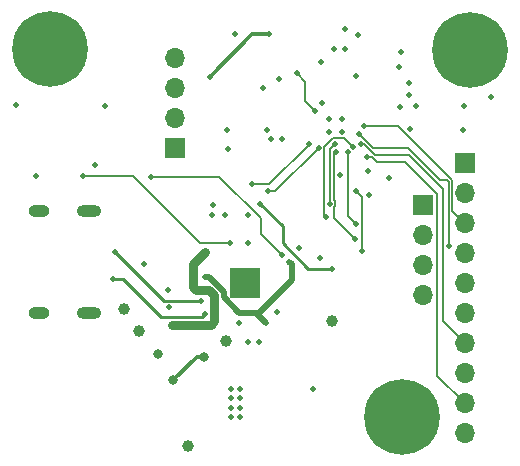
<source format=gbr>
G04 #@! TF.GenerationSoftware,KiCad,Pcbnew,7.0.6-7.0.6~ubuntu22.04.1*
G04 #@! TF.CreationDate,2023-08-08T18:58:17+02:00*
G04 #@! TF.ProjectId,Sensor_Nodes,53656e73-6f72-45f4-9e6f-6465732e6b69,rev?*
G04 #@! TF.SameCoordinates,Original*
G04 #@! TF.FileFunction,Copper,L4,Bot*
G04 #@! TF.FilePolarity,Positive*
%FSLAX46Y46*%
G04 Gerber Fmt 4.6, Leading zero omitted, Abs format (unit mm)*
G04 Created by KiCad (PCBNEW 7.0.6-7.0.6~ubuntu22.04.1) date 2023-08-08 18:58:17*
%MOMM*%
%LPD*%
G01*
G04 APERTURE LIST*
G04 #@! TA.AperFunction,ComponentPad*
%ADD10R,1.700000X1.700000*%
G04 #@! TD*
G04 #@! TA.AperFunction,ComponentPad*
%ADD11O,1.700000X1.700000*%
G04 #@! TD*
G04 #@! TA.AperFunction,ComponentPad*
%ADD12C,0.800000*%
G04 #@! TD*
G04 #@! TA.AperFunction,ComponentPad*
%ADD13C,6.400000*%
G04 #@! TD*
G04 #@! TA.AperFunction,ComponentPad*
%ADD14C,1.000000*%
G04 #@! TD*
G04 #@! TA.AperFunction,ComponentPad*
%ADD15C,0.500000*%
G04 #@! TD*
G04 #@! TA.AperFunction,SMDPad,CuDef*
%ADD16R,2.500000X2.500000*%
G04 #@! TD*
G04 #@! TA.AperFunction,ComponentPad*
%ADD17O,1.800000X1.000000*%
G04 #@! TD*
G04 #@! TA.AperFunction,ComponentPad*
%ADD18O,2.100000X1.000000*%
G04 #@! TD*
G04 #@! TA.AperFunction,ViaPad*
%ADD19C,0.500000*%
G04 #@! TD*
G04 #@! TA.AperFunction,ViaPad*
%ADD20C,0.800000*%
G04 #@! TD*
G04 #@! TA.AperFunction,Conductor*
%ADD21C,0.500000*%
G04 #@! TD*
G04 #@! TA.AperFunction,Conductor*
%ADD22C,0.250000*%
G04 #@! TD*
G04 #@! TA.AperFunction,Conductor*
%ADD23C,0.750000*%
G04 #@! TD*
G04 #@! TA.AperFunction,Conductor*
%ADD24C,0.300000*%
G04 #@! TD*
G04 #@! TA.AperFunction,Conductor*
%ADD25C,0.150000*%
G04 #@! TD*
G04 #@! TA.AperFunction,Conductor*
%ADD26C,0.200000*%
G04 #@! TD*
G04 APERTURE END LIST*
D10*
X109500000Y-48780000D03*
D11*
X109500000Y-51320000D03*
X109500000Y-53860000D03*
X109500000Y-56400000D03*
D12*
X105370000Y-66702944D03*
X106072944Y-65005888D03*
X106072944Y-68400000D03*
X107770000Y-64302944D03*
D13*
X107770000Y-66702944D03*
D12*
X107770000Y-69102944D03*
X109467056Y-65005888D03*
X109467056Y-68400000D03*
X110170000Y-66702944D03*
D10*
X113100000Y-45220000D03*
D11*
X113100000Y-47760000D03*
X113100000Y-50300000D03*
X113100000Y-52840000D03*
X113100000Y-55380000D03*
X113100000Y-57920000D03*
X113100000Y-60460000D03*
X113100000Y-63000000D03*
X113100000Y-65540000D03*
X113100000Y-68080000D03*
D12*
X75575000Y-35525000D03*
X76277944Y-33827944D03*
X76277944Y-37222056D03*
X77975000Y-33125000D03*
D13*
X77975000Y-35525000D03*
D12*
X77975000Y-37925000D03*
X79672056Y-33827944D03*
X79672056Y-37222056D03*
X80375000Y-35525000D03*
X111150000Y-35625000D03*
X111852944Y-33927944D03*
X111852944Y-37322056D03*
X113550000Y-33225000D03*
D13*
X113550000Y-35625000D03*
D12*
X113550000Y-38025000D03*
X115247056Y-33927944D03*
X115247056Y-37322056D03*
X115950000Y-35625000D03*
D14*
X101800000Y-58600000D03*
X89650000Y-69175000D03*
D15*
X93485000Y-54335000D03*
X93485000Y-55335000D03*
X93485000Y-56335000D03*
X94485000Y-54335000D03*
D16*
X94485000Y-55335000D03*
D15*
X94485000Y-55335000D03*
X94485000Y-56335000D03*
X95485000Y-54335000D03*
X95485000Y-55335000D03*
X95485000Y-56335000D03*
D14*
X92825000Y-60275000D03*
X85525000Y-59400000D03*
D17*
X77065000Y-57895000D03*
D18*
X81265000Y-57895000D03*
D17*
X77065000Y-49255000D03*
D18*
X81265000Y-49255000D03*
D10*
X88500000Y-43905000D03*
D11*
X88500000Y-41365000D03*
X88500000Y-38825000D03*
X88500000Y-36285000D03*
D14*
X84250000Y-57550000D03*
D19*
X95660000Y-60330000D03*
X94710000Y-60340000D03*
X98220000Y-53550000D03*
X87950000Y-55900000D03*
X101850000Y-54190000D03*
X108375000Y-39450000D03*
X112950000Y-42375000D03*
X101550000Y-41475000D03*
X94075000Y-64325000D03*
X102700000Y-41500000D03*
X91700000Y-49600000D03*
X107550000Y-40425000D03*
X106625000Y-46450000D03*
X102975000Y-35525000D03*
X94075000Y-65925000D03*
X113025000Y-40325000D03*
X100850000Y-53225000D03*
X93000000Y-44000000D03*
X76750000Y-46275000D03*
X96325000Y-42425000D03*
X108950000Y-40400000D03*
X82575000Y-40325000D03*
X104947500Y-47925000D03*
X96675000Y-43125000D03*
X95970000Y-38850000D03*
X88050000Y-57400000D03*
X93275000Y-65125000D03*
X102960000Y-33830000D03*
X107525000Y-37100000D03*
X93275000Y-65925000D03*
X94075000Y-65125000D03*
X100875000Y-36600000D03*
X101000000Y-40100000D03*
X115275000Y-39600000D03*
X93625000Y-34250000D03*
X75075000Y-40275000D03*
X93275000Y-64325000D03*
X92750000Y-49575000D03*
X85950000Y-53700000D03*
X100225000Y-64350000D03*
X94725000Y-49600000D03*
X104050000Y-34350000D03*
X107650000Y-35750000D03*
X101975000Y-35525000D03*
D20*
X87100000Y-61325000D03*
D19*
X108425000Y-42350000D03*
X108375000Y-38425000D03*
X94075000Y-66725000D03*
X101550000Y-42550000D03*
X81800000Y-45325000D03*
X93275000Y-66725000D03*
X102700000Y-42575000D03*
X104900000Y-45825000D03*
X94000000Y-58700000D03*
X94735000Y-51975000D03*
X102550000Y-46200000D03*
X92950000Y-42425000D03*
X97340000Y-38100000D03*
X99075000Y-52425000D03*
X97175000Y-57800000D03*
X103850000Y-37825000D03*
X97625000Y-43175000D03*
X96500000Y-34300000D03*
X91750000Y-48750000D03*
X91500000Y-37900000D03*
D20*
X90975000Y-61575000D03*
X88400000Y-63575000D03*
D19*
X91040873Y-54819564D03*
X96250000Y-58775000D03*
X98850000Y-37575000D03*
X100375000Y-40775000D03*
X83475000Y-52725000D03*
X90775000Y-56875000D03*
X83300000Y-55050000D03*
X91100000Y-57950000D03*
X88275000Y-58925000D03*
X91100000Y-52690000D03*
X89175000Y-58925000D03*
X104775000Y-44675000D03*
X104300000Y-43600000D03*
X97575000Y-52950000D03*
X104350000Y-52625000D03*
X86475000Y-46350000D03*
X103900000Y-47600000D03*
X93225000Y-52000000D03*
X80750000Y-46300000D03*
X100700500Y-43902988D03*
X96425000Y-47575000D03*
X103800000Y-51625000D03*
X102150000Y-44275000D03*
X102100000Y-43550000D03*
X101650000Y-48625000D03*
X103825000Y-50350000D03*
X103150000Y-44275000D03*
X103638800Y-43847300D03*
X101300000Y-49800000D03*
X104150000Y-42750000D03*
X111700000Y-52250000D03*
X104575000Y-42075000D03*
X99850000Y-43600000D03*
X95100000Y-46950000D03*
X95755000Y-48625000D03*
D21*
X91390580Y-54819564D02*
X92650001Y-56078985D01*
X92650001Y-56078985D02*
X92650001Y-56575001D01*
X91040873Y-54819564D02*
X91390580Y-54819564D01*
X92650001Y-56575001D02*
X93925000Y-57850000D01*
X93925000Y-57850000D02*
X95375000Y-57850000D01*
X98450000Y-53780000D02*
X98220000Y-53550000D01*
X98450000Y-55075000D02*
X98450000Y-53780000D01*
D22*
X83475000Y-52725000D02*
X87625000Y-56875000D01*
X87625000Y-56875000D02*
X90775000Y-56875000D01*
D23*
X91100000Y-52690000D02*
X90025000Y-53765000D01*
X90025000Y-53765000D02*
X90025000Y-55671016D01*
X90025000Y-55671016D02*
X90278984Y-55925000D01*
X90278984Y-55925000D02*
X91400000Y-55925000D01*
X91400000Y-55925000D02*
X91875000Y-56400000D01*
X91550000Y-58925000D02*
X88275000Y-58925000D01*
X91875000Y-56400000D02*
X91875000Y-58600000D01*
X91875000Y-58600000D02*
X91550000Y-58925000D01*
D22*
X97650000Y-50520000D02*
X95755000Y-48625000D01*
X99840000Y-54190000D02*
X97650000Y-52000000D01*
X101850000Y-54190000D02*
X99840000Y-54190000D01*
X97650000Y-52000000D02*
X97650000Y-50520000D01*
D24*
X95100000Y-34300000D02*
X96500000Y-34300000D01*
X91500000Y-37900000D02*
X95100000Y-34300000D01*
X88400000Y-63575000D02*
X90400000Y-61575000D01*
X90400000Y-61575000D02*
X90975000Y-61575000D01*
D21*
X96250000Y-58725000D02*
X96250000Y-58775000D01*
X95675000Y-57850000D02*
X98450000Y-55075000D01*
X95375000Y-57850000D02*
X95675000Y-57850000D01*
X95375000Y-57850000D02*
X96250000Y-58725000D01*
D25*
X99570000Y-39970000D02*
X100375000Y-40775000D01*
X99570000Y-38295000D02*
X99570000Y-39970000D01*
X98850000Y-37575000D02*
X99570000Y-38295000D01*
D22*
X87325000Y-58200000D02*
X90850000Y-58200000D01*
X83300000Y-55050000D02*
X84175000Y-55050000D01*
X84175000Y-55050000D02*
X87325000Y-58200000D01*
X90850000Y-58200000D02*
X91100000Y-57950000D01*
D25*
X104775000Y-44675000D02*
X105226472Y-44675000D01*
X105226472Y-44675000D02*
X105626472Y-45075000D01*
X110750000Y-63190000D02*
X113100000Y-65540000D01*
X105626472Y-45075000D02*
X108000000Y-45075000D01*
X108000000Y-45075000D02*
X110750000Y-47825000D01*
X110750000Y-47825000D02*
X110750000Y-63190000D01*
X105500736Y-44525000D02*
X104575736Y-43600000D01*
X108375000Y-44525000D02*
X105500736Y-44525000D01*
X113100000Y-60460000D02*
X111225000Y-58585000D01*
X104575736Y-43600000D02*
X104300000Y-43600000D01*
X111250000Y-49250000D02*
X111250000Y-47400000D01*
X111225000Y-49275000D02*
X111250000Y-49250000D01*
X111250000Y-47400000D02*
X108375000Y-44525000D01*
X111225000Y-58585000D02*
X111225000Y-49275000D01*
X97575000Y-52950000D02*
X95825000Y-51200000D01*
X104350000Y-48050000D02*
X103900000Y-47600000D01*
X95825000Y-51200000D02*
X95825000Y-49875000D01*
X104350000Y-52625000D02*
X104350000Y-48050000D01*
X95825000Y-49875000D02*
X92300000Y-46350000D01*
X92300000Y-46350000D02*
X86475000Y-46350000D01*
D26*
X93225000Y-52000000D02*
X90700000Y-52000000D01*
X90700000Y-52000000D02*
X85000000Y-46300000D01*
X85000000Y-46300000D02*
X80750000Y-46300000D01*
D25*
X97028488Y-47575000D02*
X96425000Y-47575000D01*
X100700500Y-43902988D02*
X97028488Y-47575000D01*
X102125000Y-48428248D02*
X102125000Y-48821752D01*
X102000000Y-49825000D02*
X103800000Y-51625000D01*
X102150000Y-44275000D02*
X102000000Y-44425000D01*
X102000000Y-48946752D02*
X102000000Y-49825000D01*
X102000000Y-44425000D02*
X102000000Y-48303248D01*
X102000000Y-48303248D02*
X102125000Y-48428248D01*
X102125000Y-48821752D02*
X102000000Y-48946752D01*
X102100000Y-43550000D02*
X101650000Y-44000000D01*
X101650000Y-44000000D02*
X101650000Y-48625000D01*
X103150000Y-44275000D02*
X103150000Y-49675000D01*
X103150000Y-49675000D02*
X103825000Y-50350000D01*
X101928248Y-43050000D02*
X102841500Y-43050000D01*
X101175000Y-43803248D02*
X101928248Y-43050000D01*
X101175000Y-49675000D02*
X101175000Y-43803248D01*
X102841500Y-43050000D02*
X103638800Y-43847300D01*
X101300000Y-49800000D02*
X101175000Y-49675000D01*
X111550000Y-46650000D02*
X111000000Y-46650000D01*
X111000000Y-46650000D02*
X108275000Y-43925000D01*
X111700000Y-52250000D02*
X111700000Y-46800000D01*
X111700000Y-46800000D02*
X111550000Y-46650000D01*
X105325000Y-43925000D02*
X104150000Y-42750000D01*
X108275000Y-43925000D02*
X105325000Y-43925000D01*
X107400000Y-42075000D02*
X111875000Y-46550000D01*
X112025000Y-46685000D02*
X112025000Y-49225000D01*
X112025000Y-49225000D02*
X113100000Y-50300000D01*
X111875000Y-46550000D02*
X111890000Y-46550000D01*
X104575000Y-42075000D02*
X107400000Y-42075000D01*
X111890000Y-46550000D02*
X112025000Y-46685000D01*
X99850000Y-43625000D02*
X99850000Y-43600000D01*
X95100000Y-46950000D02*
X96525000Y-46950000D01*
X96525000Y-46950000D02*
X99850000Y-43625000D01*
M02*

</source>
